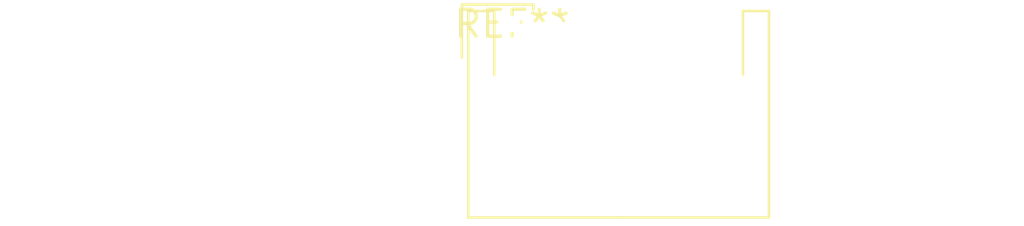
<source format=kicad_pcb>
(kicad_pcb (version 20240108) (generator pcbnew)
  (layers (0 "F.Cu" signal) (31 "B.Cu" signal) (34 "B.Paste" user) (35 "F.Paste" user) (36 "B.SilkS" user "B.Silkscreen") (37 "F.SilkS" user "F.Silkscreen") (38 "B.Mask" user) (39 "F.Mask" user) (44 "Edge.Cuts" user))
  (net 0 "")
  (footprint "JST_PHD_S12B-PHDSS_2x06_P2.00mm_Horizontal" (layer "F.Cu") (at 0 0)
    (property "Reference" "REF**")
    (property "Value" "JST_PHD_S12B-PHDSS_2x06_P2.00mm_Horizontal")
    (fp_line (start -2.36 -0.91) (end -2.36 1.59) (layer "F.SilkS") (stroke (width 0.12)))
    (fp_line (start -2.06 -0.61) (end -2.06 9.11) (layer "F.SilkS") (stroke (width 0.12)))
    (fp_line (start -2.06 9.11) (end 5 9.11) (layer "F.SilkS") (stroke (width 0.12)))
    (fp_line (start -0.84 -0.61) (end -2.06 -0.61) (layer "F.SilkS") (stroke (width 0.12)))
    (fp_line (start -0.84 2.39) (end -0.84 -0.61) (layer "F.SilkS") (stroke (width 0.12)))
    (fp_line (start 1 -0.91) (end -2.36 -0.91) (layer "F.SilkS") (stroke (width 0.12)))
    (fp_line (start 1 -0.66) (end 1 -0.91) (layer "F.SilkS") (stroke (width 0.12)))
    (fp_line (start 10.84 -0.61) (end 12.06 -0.61) (layer "F.SilkS") (stroke (width 0.12)))
    (fp_line (start 10.84 2.39) (end 10.84 -0.61) (layer "F.SilkS") (stroke (width 0.12)))
    (fp_line (start 12.06 -0.61) (end 12.06 9.11) (layer "F.SilkS") (stroke (width 0.12)))
    (fp_line (start 12.06 9.11) (end 5 9.11) (layer "F.SilkS") (stroke (width 0.12)))
    (pad "1" thru_hole roundrect (at 0 0) (size 1.2 1.2) (drill 0.75) (layers *.Cu *.Mask) (remove_unused_layers) (roundrect_rratio 0.208333))
    (pad "2" thru_hole circle (at 0 2) (size 1.2 1.2) (drill 0.75) (layers *.Cu *.Mask) (remove_unused_layers))
    (pad "3" thru_hole circle (at 2 0) (size 1.2 1.2) (drill 0.75) (layers *.Cu *.Mask) (remove_unused_layers))
    (pad "4" thru_hole circle (at 2 2) (size 1.2 1.2) (drill 0.75) (layers *.Cu *.Mask) (remove_unused_layers))
    (pad "5" thru_hole circle (at 4 0) (size 1.2 1.2) (drill 0.75) (layers *.Cu *.Mask) (remove_unused_layers))
    (pad "6" thru_hole circle (at 4 2) (size 1.2 1.2) (drill 0.75) (layers *.Cu *.Mask) (remove_unused_layers))
    (pad "7" thru_hole circle (at 6 0) (size 1.2 1.2) (drill 0.75) (layers *.Cu *.Mask) (remove_unused_layers))
    (pad "8" thru_hole circle (at 6 2) (size 1.2 1.2) (drill 0.75) (layers *.Cu *.Mask) (remove_unused_layers))
    (pad "9" thru_hole circle (at 8 0) (size 1.2 1.2) (drill 0.75) (layers *.Cu *.Mask) (remove_unused_layers))
    (pad "10" thru_hole circle (at 8 2) (size 1.2 1.2) (drill 0.75) (layers *.Cu *.Mask) (remove_unused_layers))
    (pad "11" thru_hole circle (at 10 0) (size 1.2 1.2) (drill 0.75) (layers *.Cu *.Mask) (remove_unused_layers))
    (pad "12" thru_hole circle (at 10 2) (size 1.2 1.2) (drill 0.75) (layers *.Cu *.Mask) (remove_unused_layers))
  )
)
</source>
